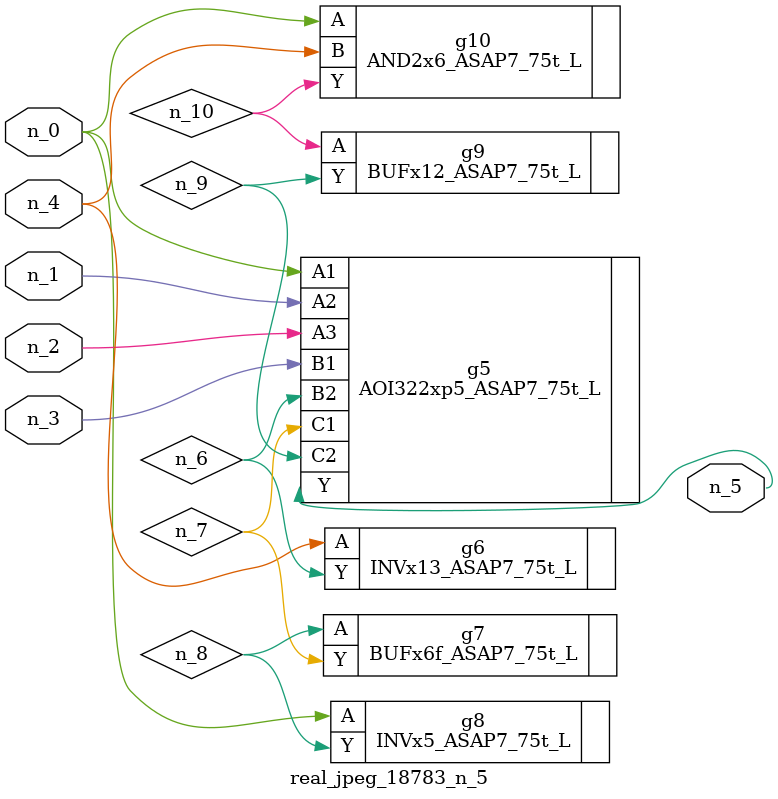
<source format=v>
module real_jpeg_18783_n_5 (n_4, n_0, n_1, n_2, n_3, n_5);

input n_4;
input n_0;
input n_1;
input n_2;
input n_3;

output n_5;

wire n_8;
wire n_6;
wire n_7;
wire n_10;
wire n_9;

AOI322xp5_ASAP7_75t_L g5 ( 
.A1(n_0),
.A2(n_1),
.A3(n_2),
.B1(n_3),
.B2(n_6),
.C1(n_7),
.C2(n_9),
.Y(n_5)
);

INVx5_ASAP7_75t_L g8 ( 
.A(n_0),
.Y(n_8)
);

AND2x6_ASAP7_75t_L g10 ( 
.A(n_0),
.B(n_4),
.Y(n_10)
);

INVx13_ASAP7_75t_L g6 ( 
.A(n_4),
.Y(n_6)
);

BUFx6f_ASAP7_75t_L g7 ( 
.A(n_8),
.Y(n_7)
);

BUFx12_ASAP7_75t_L g9 ( 
.A(n_10),
.Y(n_9)
);


endmodule
</source>
